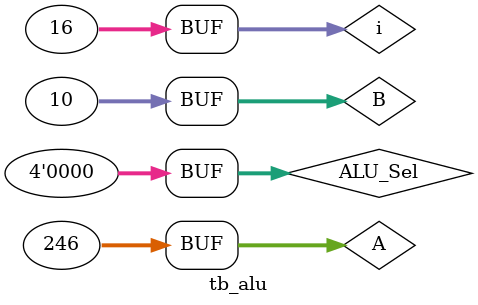
<source format=v>
`timescale 1ns / 1ps  

module tb_alu;
//Inputs
 reg[31:0] A,B;
 reg[3:0] ALU_Sel;

//Outputs
 wire[31:0] ALU_Out;
 wire CarryOut;
 // Verilog code for ALU
 integer i;
 alu test_unit(
            A,B,  // ALU 8-bit Inputs                 
            ALU_Sel,// ALU Selection
            ALU_Out, // ALU 8-bit Output
            CarryOut // Carry Out Flag
     );
    initial begin
    // hold reset state for 100 ns.
      $monitor ("[$monitor] time=%0t a=%d b=%d ALU_Sel=%d ALU_Out=%d CarryOut=%d", $time, A, B, ALU_Sel, ALU_Out, CarryOut);
      
      A = 8'h0A;
      B = 4'h02;
      ALU_Sel = 4'h0;
      
      for (i=0;i<=15;i=i+1)
      begin
       ALU_Sel = ALU_Sel + 8'h01;
       #10;
      end;
      
      A = 8'hF6;
      B = 8'h0A;  
      
    end
endmodule

</source>
